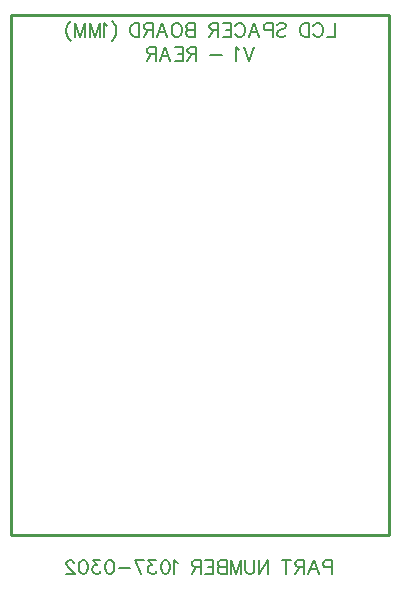
<source format=gbo>
G04 Layer: BottomSilkscreenLayer*
G04 Panelize: , Column: 2, Row: 2, Board Size: 38.1mm x 48.26mm, Panelized Board Size: 78.2mm x 98.52mm*
G04 EasyEDA v6.5.32, 2023-07-25 14:04:49*
G04 3887c47e12d84b7f82a5db968ea8f33d,5a6b42c53f6a479593ecc07194224c93,10*
G04 Gerber Generator version 0.2*
G04 Scale: 100 percent, Rotated: No, Reflected: No *
G04 Dimensions in millimeters *
G04 leading zeros omitted , absolute positions ,4 integer and 5 decimal *
%FSLAX45Y45*%
%MOMM*%

%ADD10C,0.2032*%
%ADD11C,0.2540*%

%LPD*%
D10*
X2362194Y5556679D02*
G01*
X2318557Y5442135D01*
X2274923Y5556679D02*
G01*
X2318557Y5442135D01*
X2238923Y5534863D02*
G01*
X2228014Y5540316D01*
X2211649Y5556679D01*
X2211649Y5442135D01*
X2091649Y5491226D02*
G01*
X1993468Y5491226D01*
X1873468Y5556679D02*
G01*
X1873468Y5442135D01*
X1873468Y5556679D02*
G01*
X1824377Y5556679D01*
X1808015Y5551225D01*
X1802559Y5545772D01*
X1797105Y5534863D01*
X1797105Y5523953D01*
X1802559Y5513044D01*
X1808015Y5507588D01*
X1824377Y5502135D01*
X1873468Y5502135D01*
X1835287Y5502135D02*
G01*
X1797105Y5442135D01*
X1761106Y5556679D02*
G01*
X1761106Y5442135D01*
X1761106Y5556679D02*
G01*
X1690197Y5556679D01*
X1761106Y5502135D02*
G01*
X1717469Y5502135D01*
X1761106Y5442135D02*
G01*
X1690197Y5442135D01*
X1610560Y5556679D02*
G01*
X1654195Y5442135D01*
X1610560Y5556679D02*
G01*
X1566923Y5442135D01*
X1637832Y5480316D02*
G01*
X1583286Y5480316D01*
X1530924Y5556679D02*
G01*
X1530924Y5442135D01*
X1530924Y5556679D02*
G01*
X1481833Y5556679D01*
X1465468Y5551225D01*
X1460014Y5545772D01*
X1454561Y5534863D01*
X1454561Y5523953D01*
X1460014Y5513044D01*
X1465468Y5507588D01*
X1481833Y5502135D01*
X1530924Y5502135D01*
X1492742Y5502135D02*
G01*
X1454561Y5442135D01*
X3047994Y5759879D02*
G01*
X3047994Y5645335D01*
X3047994Y5645335D02*
G01*
X2982541Y5645335D01*
X2864723Y5732607D02*
G01*
X2870177Y5743516D01*
X2881086Y5754425D01*
X2891995Y5759879D01*
X2913814Y5759879D01*
X2924723Y5754425D01*
X2935630Y5743516D01*
X2941086Y5732607D01*
X2946539Y5716244D01*
X2946539Y5688972D01*
X2941086Y5672607D01*
X2935630Y5661698D01*
X2924723Y5650788D01*
X2913814Y5645335D01*
X2891995Y5645335D01*
X2881086Y5650788D01*
X2870177Y5661698D01*
X2864723Y5672607D01*
X2828721Y5759879D02*
G01*
X2828721Y5645335D01*
X2828721Y5759879D02*
G01*
X2790540Y5759879D01*
X2774177Y5754425D01*
X2763268Y5743516D01*
X2757812Y5732607D01*
X2752359Y5716244D01*
X2752359Y5688972D01*
X2757812Y5672607D01*
X2763268Y5661698D01*
X2774177Y5650788D01*
X2790540Y5645335D01*
X2828721Y5645335D01*
X2555996Y5743516D02*
G01*
X2566906Y5754425D01*
X2583268Y5759879D01*
X2605087Y5759879D01*
X2621450Y5754425D01*
X2632359Y5743516D01*
X2632359Y5732607D01*
X2626906Y5721697D01*
X2621450Y5716244D01*
X2610540Y5710788D01*
X2577812Y5699879D01*
X2566906Y5694426D01*
X2561450Y5688972D01*
X2555996Y5678063D01*
X2555996Y5661698D01*
X2566906Y5650788D01*
X2583268Y5645335D01*
X2605087Y5645335D01*
X2621450Y5650788D01*
X2632359Y5661698D01*
X2519994Y5759879D02*
G01*
X2519994Y5645335D01*
X2519994Y5759879D02*
G01*
X2470904Y5759879D01*
X2454541Y5754425D01*
X2449085Y5748972D01*
X2443632Y5738063D01*
X2443632Y5721697D01*
X2449085Y5710788D01*
X2454541Y5705335D01*
X2470904Y5699879D01*
X2519994Y5699879D01*
X2363995Y5759879D02*
G01*
X2407632Y5645335D01*
X2363995Y5759879D02*
G01*
X2320361Y5645335D01*
X2391267Y5683516D02*
G01*
X2336723Y5683516D01*
X2202543Y5732607D02*
G01*
X2207996Y5743516D01*
X2218905Y5754425D01*
X2229815Y5759879D01*
X2251633Y5759879D01*
X2262543Y5754425D01*
X2273449Y5743516D01*
X2278905Y5732607D01*
X2284359Y5716244D01*
X2284359Y5688972D01*
X2278905Y5672607D01*
X2273449Y5661698D01*
X2262543Y5650788D01*
X2251633Y5645335D01*
X2229815Y5645335D01*
X2218905Y5650788D01*
X2207996Y5661698D01*
X2202543Y5672607D01*
X2166541Y5759879D02*
G01*
X2166541Y5645335D01*
X2166541Y5759879D02*
G01*
X2095632Y5759879D01*
X2166541Y5705335D02*
G01*
X2122906Y5705335D01*
X2166541Y5645335D02*
G01*
X2095632Y5645335D01*
X2059632Y5759879D02*
G01*
X2059632Y5645335D01*
X2059632Y5759879D02*
G01*
X2010542Y5759879D01*
X1994179Y5754425D01*
X1988723Y5748972D01*
X1983270Y5738063D01*
X1983270Y5727153D01*
X1988723Y5716244D01*
X1994179Y5710788D01*
X2010542Y5705335D01*
X2059632Y5705335D01*
X2021451Y5705335D02*
G01*
X1983270Y5645335D01*
X1863270Y5759879D02*
G01*
X1863270Y5645335D01*
X1863270Y5759879D02*
G01*
X1814179Y5759879D01*
X1797814Y5754425D01*
X1792361Y5748972D01*
X1786907Y5738063D01*
X1786907Y5727153D01*
X1792361Y5716244D01*
X1797814Y5710788D01*
X1814179Y5705335D01*
X1863270Y5705335D02*
G01*
X1814179Y5705335D01*
X1797814Y5699879D01*
X1792361Y5694426D01*
X1786907Y5683516D01*
X1786907Y5667154D01*
X1792361Y5656244D01*
X1797814Y5650788D01*
X1814179Y5645335D01*
X1863270Y5645335D01*
X1718180Y5759879D02*
G01*
X1729087Y5754425D01*
X1739996Y5743516D01*
X1745452Y5732607D01*
X1750905Y5716244D01*
X1750905Y5688972D01*
X1745452Y5672607D01*
X1739996Y5661698D01*
X1729087Y5650788D01*
X1718180Y5645335D01*
X1696361Y5645335D01*
X1685452Y5650788D01*
X1674543Y5661698D01*
X1669087Y5672607D01*
X1663633Y5688972D01*
X1663633Y5716244D01*
X1669087Y5732607D01*
X1674543Y5743516D01*
X1685452Y5754425D01*
X1696361Y5759879D01*
X1718180Y5759879D01*
X1583997Y5759879D02*
G01*
X1627634Y5645335D01*
X1583997Y5759879D02*
G01*
X1540362Y5645335D01*
X1611269Y5683516D02*
G01*
X1556725Y5683516D01*
X1504360Y5759879D02*
G01*
X1504360Y5645335D01*
X1504360Y5759879D02*
G01*
X1455270Y5759879D01*
X1438907Y5754425D01*
X1433451Y5748972D01*
X1427998Y5738063D01*
X1427998Y5727153D01*
X1433451Y5716244D01*
X1438907Y5710788D01*
X1455270Y5705335D01*
X1504360Y5705335D01*
X1466179Y5705335D02*
G01*
X1427998Y5645335D01*
X1391998Y5759879D02*
G01*
X1391998Y5645335D01*
X1391998Y5759879D02*
G01*
X1353817Y5759879D01*
X1337452Y5754425D01*
X1326542Y5743516D01*
X1321089Y5732607D01*
X1315633Y5716244D01*
X1315633Y5688972D01*
X1321089Y5672607D01*
X1326542Y5661698D01*
X1337452Y5650788D01*
X1353817Y5645335D01*
X1391998Y5645335D01*
X1157452Y5781697D02*
G01*
X1168361Y5770788D01*
X1179271Y5754425D01*
X1190180Y5732607D01*
X1195633Y5705335D01*
X1195633Y5683516D01*
X1190180Y5656244D01*
X1179271Y5634426D01*
X1168361Y5618063D01*
X1157452Y5607154D01*
X1121453Y5738063D02*
G01*
X1110543Y5743516D01*
X1094181Y5759879D01*
X1094181Y5645335D01*
X1058181Y5759879D02*
G01*
X1058181Y5645335D01*
X1058181Y5759879D02*
G01*
X1014544Y5645335D01*
X970907Y5759879D02*
G01*
X1014544Y5645335D01*
X970907Y5759879D02*
G01*
X970907Y5645335D01*
X934907Y5759879D02*
G01*
X934907Y5645335D01*
X934907Y5759879D02*
G01*
X891270Y5645335D01*
X847636Y5759879D02*
G01*
X891270Y5645335D01*
X847636Y5759879D02*
G01*
X847636Y5645335D01*
X811636Y5781697D02*
G01*
X800727Y5770788D01*
X789818Y5754425D01*
X778908Y5732607D01*
X773452Y5705335D01*
X773452Y5683516D01*
X778908Y5656244D01*
X789818Y5634426D01*
X800727Y5618063D01*
X811636Y5607154D01*
X3022600Y1213289D02*
G01*
X3022600Y1098745D01*
X3022600Y1213289D02*
G01*
X2973509Y1213289D01*
X2957146Y1207836D01*
X2951690Y1202382D01*
X2946237Y1191473D01*
X2946237Y1175108D01*
X2951690Y1164199D01*
X2957146Y1158745D01*
X2973509Y1153289D01*
X3022600Y1153289D01*
X2866600Y1213289D02*
G01*
X2910235Y1098745D01*
X2866600Y1213289D02*
G01*
X2822963Y1098745D01*
X2893872Y1136926D02*
G01*
X2839328Y1136926D01*
X2786964Y1213289D02*
G01*
X2786964Y1098745D01*
X2786964Y1213289D02*
G01*
X2737873Y1213289D01*
X2721510Y1207836D01*
X2716055Y1202382D01*
X2710600Y1191473D01*
X2710600Y1180564D01*
X2716055Y1169654D01*
X2721510Y1164199D01*
X2737873Y1158745D01*
X2786964Y1158745D01*
X2748782Y1158745D02*
G01*
X2710600Y1098745D01*
X2636418Y1213289D02*
G01*
X2636418Y1098745D01*
X2674600Y1213289D02*
G01*
X2598237Y1213289D01*
X2478237Y1213289D02*
G01*
X2478237Y1098745D01*
X2478237Y1213289D02*
G01*
X2401874Y1098745D01*
X2401874Y1213289D02*
G01*
X2401874Y1098745D01*
X2365872Y1213289D02*
G01*
X2365872Y1131473D01*
X2360419Y1115108D01*
X2349510Y1104199D01*
X2333147Y1098745D01*
X2322238Y1098745D01*
X2305872Y1104199D01*
X2294966Y1115108D01*
X2289510Y1131473D01*
X2289510Y1213289D01*
X2253510Y1213289D02*
G01*
X2253510Y1098745D01*
X2253510Y1213289D02*
G01*
X2209873Y1098745D01*
X2166238Y1213289D02*
G01*
X2209873Y1098745D01*
X2166238Y1213289D02*
G01*
X2166238Y1098745D01*
X2130237Y1213289D02*
G01*
X2130237Y1098745D01*
X2130237Y1213289D02*
G01*
X2081146Y1213289D01*
X2064783Y1207836D01*
X2059330Y1202382D01*
X2053874Y1191473D01*
X2053874Y1180564D01*
X2059330Y1169654D01*
X2064783Y1164199D01*
X2081146Y1158745D01*
X2130237Y1158745D02*
G01*
X2081146Y1158745D01*
X2064783Y1153289D01*
X2059330Y1147836D01*
X2053874Y1136926D01*
X2053874Y1120564D01*
X2059330Y1109654D01*
X2064783Y1104199D01*
X2081146Y1098745D01*
X2130237Y1098745D01*
X2017875Y1213289D02*
G01*
X2017875Y1098745D01*
X2017875Y1213289D02*
G01*
X1946965Y1213289D01*
X2017875Y1158745D02*
G01*
X1974237Y1158745D01*
X2017875Y1098745D02*
G01*
X1946965Y1098745D01*
X1910966Y1213289D02*
G01*
X1910966Y1098745D01*
X1910966Y1213289D02*
G01*
X1861875Y1213289D01*
X1845510Y1207836D01*
X1840057Y1202382D01*
X1834601Y1191473D01*
X1834601Y1180564D01*
X1840057Y1169654D01*
X1845510Y1164199D01*
X1861875Y1158745D01*
X1910966Y1158745D01*
X1872785Y1158745D02*
G01*
X1834601Y1098745D01*
X1714601Y1191473D02*
G01*
X1703692Y1196926D01*
X1687329Y1213289D01*
X1687329Y1098745D01*
X1618602Y1213289D02*
G01*
X1634967Y1207836D01*
X1645874Y1191473D01*
X1651330Y1164199D01*
X1651330Y1147836D01*
X1645874Y1120564D01*
X1634967Y1104199D01*
X1618602Y1098745D01*
X1607693Y1098745D01*
X1591330Y1104199D01*
X1580421Y1120564D01*
X1574967Y1147836D01*
X1574967Y1164199D01*
X1580421Y1191473D01*
X1591330Y1207836D01*
X1607693Y1213289D01*
X1618602Y1213289D01*
X1528056Y1213289D02*
G01*
X1468056Y1213289D01*
X1500784Y1169654D01*
X1484421Y1169654D01*
X1473512Y1164199D01*
X1468056Y1158745D01*
X1462603Y1142382D01*
X1462603Y1131473D01*
X1468056Y1115108D01*
X1478965Y1104199D01*
X1495331Y1098745D01*
X1511693Y1098745D01*
X1528056Y1104199D01*
X1533512Y1109654D01*
X1538965Y1120564D01*
X1350238Y1213289D02*
G01*
X1404785Y1098745D01*
X1426603Y1213289D02*
G01*
X1350238Y1213289D01*
X1314239Y1147836D02*
G01*
X1216058Y1147836D01*
X1147330Y1213289D02*
G01*
X1163693Y1207836D01*
X1174602Y1191473D01*
X1180058Y1164199D01*
X1180058Y1147836D01*
X1174602Y1120564D01*
X1163693Y1104199D01*
X1147330Y1098745D01*
X1136421Y1098745D01*
X1120058Y1104199D01*
X1109149Y1120564D01*
X1103693Y1147836D01*
X1103693Y1164199D01*
X1109149Y1191473D01*
X1120058Y1207836D01*
X1136421Y1213289D01*
X1147330Y1213289D01*
X1056784Y1213289D02*
G01*
X996784Y1213289D01*
X1029512Y1169654D01*
X1013150Y1169654D01*
X1002240Y1164199D01*
X996784Y1158745D01*
X991331Y1142382D01*
X991331Y1131473D01*
X996784Y1115108D01*
X1007694Y1104199D01*
X1024059Y1098745D01*
X1040422Y1098745D01*
X1056784Y1104199D01*
X1062240Y1109654D01*
X1067694Y1120564D01*
X922604Y1213289D02*
G01*
X938966Y1207836D01*
X949876Y1191473D01*
X955332Y1164199D01*
X955332Y1147836D01*
X949876Y1120564D01*
X938966Y1104199D01*
X922604Y1098745D01*
X911694Y1098745D01*
X895332Y1104199D01*
X884422Y1120564D01*
X878967Y1147836D01*
X878967Y1164199D01*
X884422Y1191473D01*
X895332Y1207836D01*
X911694Y1213289D01*
X922604Y1213289D01*
X837514Y1186017D02*
G01*
X837514Y1191473D01*
X832058Y1202382D01*
X826604Y1207836D01*
X815695Y1213289D01*
X793877Y1213289D01*
X782967Y1207836D01*
X777514Y1202382D01*
X772058Y1191473D01*
X772058Y1180564D01*
X777514Y1169654D01*
X788423Y1153289D01*
X842967Y1098745D01*
X766605Y1098745D01*
D11*
X304800Y5829300D02*
G01*
X3504793Y5829300D01*
X3504793Y1429308D01*
X304800Y1429308D01*
X304800Y5829300D01*
M02*

</source>
